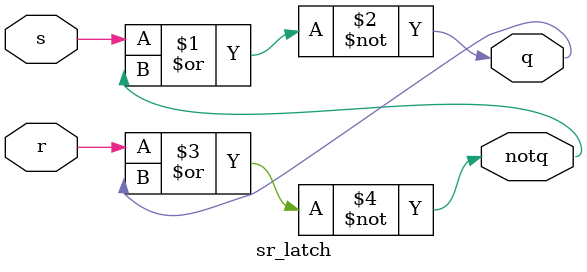
<source format=v>
module sr_latch
(
    input s,
    input r,
    output q,
    output notq
);

    nor(q, s, notq);
    nor(notq, r, q);
    
endmodule

</source>
